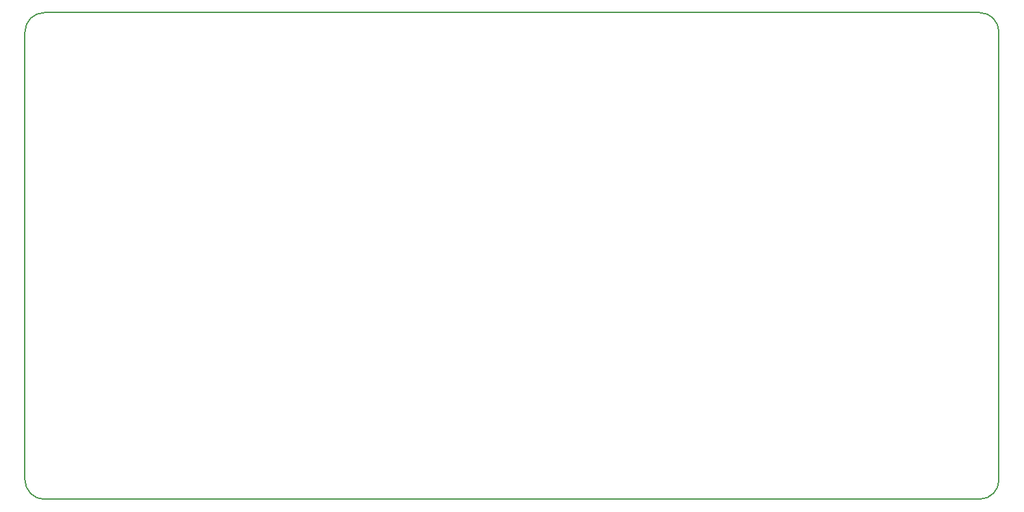
<source format=gbr>
G04 #@! TF.FileFunction,Profile,NP*
%FSLAX46Y46*%
G04 Gerber Fmt 4.6, Leading zero omitted, Abs format (unit mm)*
G04 Created by KiCad (PCBNEW 4.0.4-stable) date 12/28/16 01:03:40*
%MOMM*%
%LPD*%
G01*
G04 APERTURE LIST*
%ADD10C,0.100000*%
%ADD11C,0.150000*%
G04 APERTURE END LIST*
D10*
D11*
X124460000Y-63500000D02*
G75*
G03X127000000Y-60960000I0J2540000D01*
G01*
X0Y-60960000D02*
G75*
G03X2540000Y-63500000I2540000J0D01*
G01*
X2540000Y0D02*
G75*
G03X0Y-2540000I0J-2540000D01*
G01*
X127000000Y-2540000D02*
G75*
G03X124460000Y0I-2540000J0D01*
G01*
X2540000Y-63500000D02*
X124460000Y-63500000D01*
X124460000Y0D02*
X2540000Y0D01*
X127000000Y-60960000D02*
X127000000Y-2540000D01*
X0Y-2540000D02*
X0Y-60960000D01*
M02*

</source>
